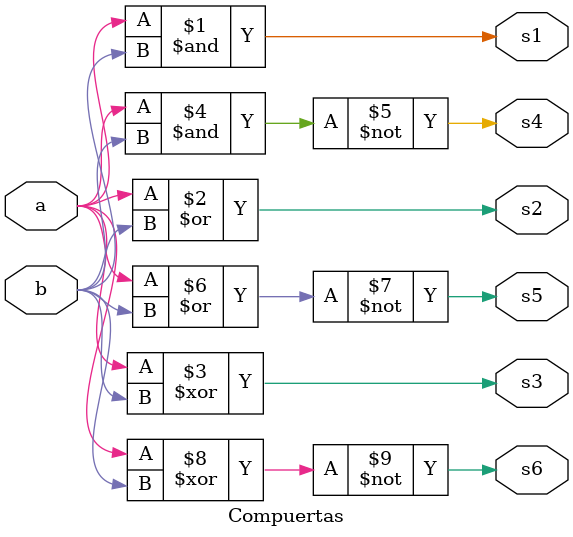
<source format=v>
module Compuertas (

input a,
input b,

output s1,
output s2,
output s3,
output s4,
output s5,
output s6 ) ;

and (s1,a,b);	//assign s1=a&b;
or (s2,a,b);	//assign s2=a|b;
xor (s3,a,b);	//assign s3=a^b;
nand (s4,a,b);	//assign s4=~(a&b);
nor (s5,a,b);	//assign s5=~(a|b);
xnor (s6,a,b);	//assign s6=~(a^b);

endmodule
</source>
